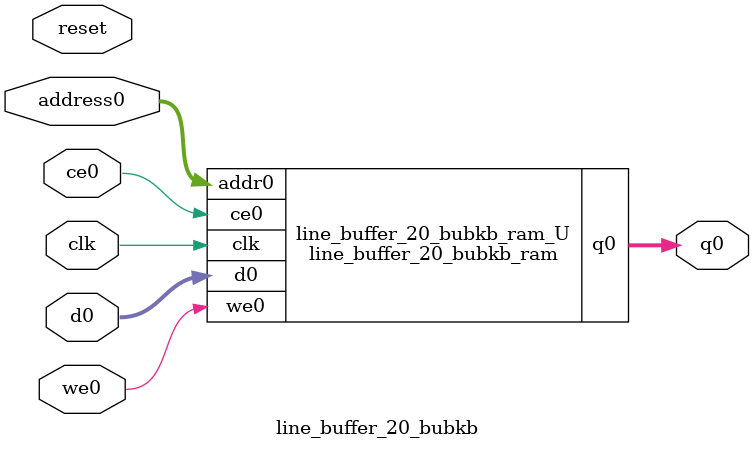
<source format=v>

`timescale 1 ns / 1 ps
module line_buffer_20_bubkb_ram (addr0, ce0, d0, we0, q0,  clk);

parameter DWIDTH = 16;
parameter AWIDTH = 11;
parameter MEM_SIZE = 1472;

input[AWIDTH-1:0] addr0;
input ce0;
input[DWIDTH-1:0] d0;
input we0;
output reg[DWIDTH-1:0] q0;
input clk;

(* ram_style = "block" *)reg [DWIDTH-1:0] ram[0:MEM_SIZE-1];




always @(posedge clk)  
begin 
    if (ce0) 
    begin
        if (we0) 
        begin 
            ram[addr0] <= d0; 
            q0 <= d0;
        end 
        else 
            q0 <= ram[addr0];
    end
end


endmodule


`timescale 1 ns / 1 ps
module line_buffer_20_bubkb(
    reset,
    clk,
    address0,
    ce0,
    we0,
    d0,
    q0);

parameter DataWidth = 32'd16;
parameter AddressRange = 32'd1472;
parameter AddressWidth = 32'd11;
input reset;
input clk;
input[AddressWidth - 1:0] address0;
input ce0;
input we0;
input[DataWidth - 1:0] d0;
output[DataWidth - 1:0] q0;



line_buffer_20_bubkb_ram line_buffer_20_bubkb_ram_U(
    .clk( clk ),
    .addr0( address0 ),
    .ce0( ce0 ),
    .d0( d0 ),
    .we0( we0 ),
    .q0( q0 ));

endmodule


</source>
